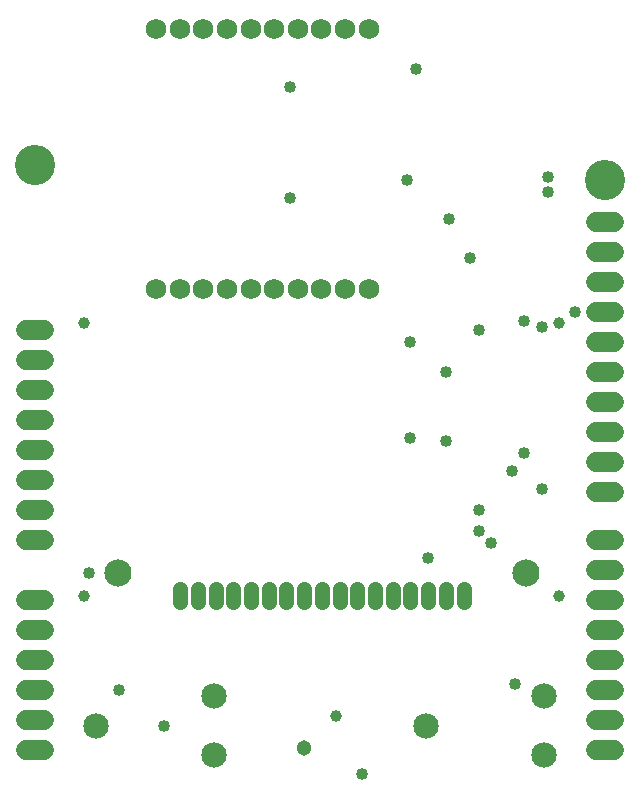
<source format=gbs>
G75*
%MOIN*%
%OFA0B0*%
%FSLAX25Y25*%
%IPPOS*%
%LPD*%
%AMOC8*
5,1,8,0,0,1.08239X$1,22.5*
%
%ADD10C,0.08477*%
%ADD11C,0.03950*%
%ADD12C,0.05131*%
%ADD13C,0.09068*%
%ADD14C,0.05162*%
%ADD15C,0.06800*%
%ADD16C,0.06737*%
%ADD17C,0.13398*%
%ADD18C,0.04000*%
D10*
X0035315Y0032000D03*
X0074685Y0022157D03*
X0074685Y0041843D03*
X0145315Y0032000D03*
X0184685Y0022157D03*
X0184685Y0041843D03*
D11*
X0189630Y0075362D03*
X0189630Y0166307D03*
X0115289Y0035289D03*
X0031362Y0075362D03*
X0031362Y0166307D03*
D12*
X0104711Y0024711D03*
D13*
X0042386Y0083039D03*
X0178606Y0083039D03*
D14*
X0157740Y0077543D02*
X0157740Y0073181D01*
X0151835Y0073181D02*
X0151835Y0077543D01*
X0145929Y0077543D02*
X0145929Y0073181D01*
X0140024Y0073181D02*
X0140024Y0077543D01*
X0134118Y0077543D02*
X0134118Y0073181D01*
X0128213Y0073181D02*
X0128213Y0077543D01*
X0122307Y0077543D02*
X0122307Y0073181D01*
X0116402Y0073181D02*
X0116402Y0077543D01*
X0110496Y0077543D02*
X0110496Y0073181D01*
X0104591Y0073181D02*
X0104591Y0077543D01*
X0098685Y0077543D02*
X0098685Y0073181D01*
X0092780Y0073181D02*
X0092780Y0077543D01*
X0086874Y0077543D02*
X0086874Y0073181D01*
X0080969Y0073181D02*
X0080969Y0077543D01*
X0075063Y0077543D02*
X0075063Y0073181D01*
X0069157Y0073181D02*
X0069157Y0077543D01*
X0063252Y0077543D02*
X0063252Y0073181D01*
D15*
X0063134Y0177693D03*
X0055260Y0177693D03*
X0071008Y0177693D03*
X0078882Y0177693D03*
X0086756Y0177693D03*
X0094630Y0177693D03*
X0102504Y0177693D03*
X0110378Y0177693D03*
X0118252Y0177693D03*
X0126126Y0177693D03*
X0126126Y0264307D03*
X0118252Y0264307D03*
X0110378Y0264307D03*
X0102504Y0264307D03*
X0094630Y0264307D03*
X0086756Y0264307D03*
X0078882Y0264307D03*
X0071008Y0264307D03*
X0063134Y0264307D03*
X0055260Y0264307D03*
D16*
X0017969Y0024000D02*
X0012031Y0024000D01*
X0012031Y0034000D02*
X0017969Y0034000D01*
X0017969Y0044000D02*
X0012031Y0044000D01*
X0012031Y0054000D02*
X0017969Y0054000D01*
X0017969Y0064000D02*
X0012031Y0064000D01*
X0012031Y0074000D02*
X0017969Y0074000D01*
X0017969Y0094000D02*
X0012031Y0094000D01*
X0012031Y0104000D02*
X0017969Y0104000D01*
X0017969Y0114000D02*
X0012031Y0114000D01*
X0012031Y0124000D02*
X0017969Y0124000D01*
X0017969Y0134000D02*
X0012031Y0134000D01*
X0012031Y0144000D02*
X0017969Y0144000D01*
X0017969Y0154000D02*
X0012031Y0154000D01*
X0012031Y0164000D02*
X0017969Y0164000D01*
X0202031Y0160000D02*
X0207969Y0160000D01*
X0207969Y0170000D02*
X0202031Y0170000D01*
X0202031Y0180000D02*
X0207969Y0180000D01*
X0207969Y0190000D02*
X0202031Y0190000D01*
X0202031Y0200000D02*
X0207969Y0200000D01*
X0207969Y0150000D02*
X0202031Y0150000D01*
X0202031Y0140000D02*
X0207969Y0140000D01*
X0207969Y0130000D02*
X0202031Y0130000D01*
X0202031Y0120000D02*
X0207969Y0120000D01*
X0207969Y0110000D02*
X0202031Y0110000D01*
X0202031Y0094000D02*
X0207969Y0094000D01*
X0207969Y0084000D02*
X0202031Y0084000D01*
X0202031Y0074000D02*
X0207969Y0074000D01*
X0207969Y0064000D02*
X0202031Y0064000D01*
X0202031Y0054000D02*
X0207969Y0054000D01*
X0207969Y0044000D02*
X0202031Y0044000D01*
X0202031Y0034000D02*
X0207969Y0034000D01*
X0207969Y0024000D02*
X0202031Y0024000D01*
D17*
X0205000Y0214000D03*
X0015000Y0219000D03*
D18*
X0100000Y0208000D03*
X0100000Y0245000D03*
X0139000Y0214000D03*
X0153000Y0201000D03*
X0160000Y0188000D03*
X0163000Y0164000D03*
X0152000Y0150000D03*
X0140000Y0160000D03*
X0140024Y0128024D03*
X0151835Y0126835D03*
X0163000Y0104000D03*
X0163000Y0097000D03*
X0167000Y0093000D03*
X0184000Y0111000D03*
X0174000Y0117000D03*
X0178000Y0123000D03*
X0184000Y0165000D03*
X0178000Y0167000D03*
X0195000Y0170000D03*
X0186000Y0210000D03*
X0186000Y0215000D03*
X0142000Y0251000D03*
X0146000Y0088000D03*
X0175000Y0046000D03*
X0124000Y0016000D03*
X0058000Y0032000D03*
X0043000Y0044000D03*
X0033000Y0083000D03*
M02*

</source>
